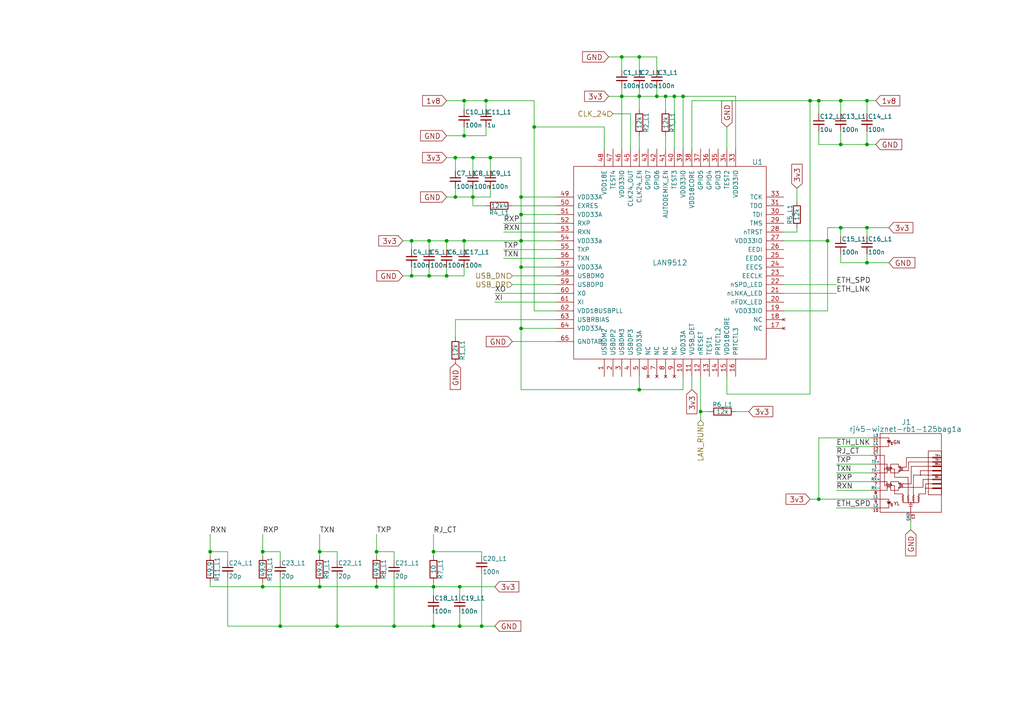
<source format=kicad_sch>
(kicad_sch (version 20230121) (generator eeschema)
  (paper "A4")
  (lib_symbols
    (symbol "PiMainboard-rescue:C_Small" (pin_numbers hide) (pin_names (offset 0.254) hide)
      (property "Reference" "C" (at 0.254 1.778 0))
      (property "Value" "C_Small" (at 0.254 -2.032 0))
      (symbol "C_Small_0_1"
        (polyline (pts (xy -1.524 -0.508) (xy 1.524 -0.508)) (stroke (width 0.3302)))
        (polyline (pts (xy -1.524 0.508) (xy 1.524 0.508)) (stroke (width 0.3048)))
      )
      (symbol "C_Small_1_1"
        (pin passive line (at 0 2.54 270) (length 1.905) (name "~") (number "1"))
        (pin passive line (at 0 -2.54 90) (length 2.032) (name "~") (number "2"))
      )
    )
    (symbol "PiMainboard-rescue:LAN9512" (pin_names (offset 1.016))
      (property "Reference" "U" (at 25.4 29.21 0))
      (property "Value" "LAN9512" (at 0 0 0))
      (symbol "LAN9512_0_1"
        (rectangle (start -27.94 27.94) (end 27.94 -27.94))
      )
      (symbol "LAN9512_1_1"
        (pin input line (at -19.05 -33.02 90) (length 5.08) (name "USBDM2") (number "1"))
        (pin input line (at 3.81 -33.02 90) (length 5.08) (name "VDD33A") (number "10"))
        (pin input line (at 6.35 -33.02 90) (length 5.08) (name "VUSB_DET") (number "11"))
        (pin input line (at 8.89 -33.02 90) (length 5.08) (name "nRESET") (number "12"))
        (pin input line (at 11.43 -33.02 90) (length 5.08) (name "TEST1") (number "13"))
        (pin output line (at 13.97 -33.02 90) (length 5.08) (name "PRTCTL2") (number "14"))
        (pin output line (at 16.51 -33.02 90) (length 5.08) (name "VDD18CORE") (number "15"))
        (pin input line (at 19.05 -33.02 90) (length 5.08) (name "PRTCTL3") (number "16"))
        (pin no_connect line (at 33.02 -19.05 180) (length 5.08) (name "NC") (number "17"))
        (pin no_connect line (at 33.02 -16.51 180) (length 5.08) (name "NC") (number "18"))
        (pin power_in line (at 33.02 -13.97 180) (length 5.08) (name "VDD33IO") (number "19"))
        (pin input line (at -16.51 -33.02 90) (length 5.08) (name "USBDP2") (number "2"))
        (pin output line (at 33.02 -11.43 180) (length 5.08) (name "nFDX_LED") (number "20"))
        (pin output line (at 33.02 -8.89 180) (length 5.08) (name "nLNKA_LED") (number "21"))
        (pin output line (at 33.02 -6.35 180) (length 5.08) (name "nSPD_LED") (number "22"))
        (pin output line (at 33.02 -3.81 180) (length 5.08) (name "EECLK") (number "23"))
        (pin output line (at 33.02 -1.27 180) (length 5.08) (name "EECS") (number "24"))
        (pin output line (at 33.02 1.27 180) (length 5.08) (name "EEDO") (number "25"))
        (pin output line (at 33.02 3.81 180) (length 5.08) (name "EEDI") (number "26"))
        (pin output line (at 33.02 6.35 180) (length 5.08) (name "VDD33IO") (number "27"))
        (pin output line (at 33.02 8.89 180) (length 5.08) (name "nTRST") (number "28"))
        (pin output line (at 33.02 11.43 180) (length 5.08) (name "TMS") (number "29"))
        (pin input line (at -13.97 -33.02 90) (length 5.08) (name "USBDM3") (number "3"))
        (pin output line (at 33.02 13.97 180) (length 5.08) (name "TDI") (number "30"))
        (pin output line (at 33.02 16.51 180) (length 5.08) (name "TDO") (number "31"))
        (pin output line (at 33.02 19.05 180) (length 5.08) (name "TCK") (number "33"))
        (pin output line (at 19.05 33.02 270) (length 5.08) (name "VDD33IO") (number "33"))
        (pin output line (at 16.51 33.02 270) (length 5.08) (name "TEST2") (number "34"))
        (pin output line (at 13.97 33.02 270) (length 5.08) (name "GPIO3") (number "35"))
        (pin output line (at 11.43 33.02 270) (length 5.08) (name "GPIO4") (number "36"))
        (pin output line (at 8.89 33.02 270) (length 5.08) (name "GPIO5") (number "37"))
        (pin output line (at 6.35 33.02 270) (length 5.08) (name "VDD18CORE") (number "38"))
        (pin output line (at 3.81 33.02 270) (length 5.08) (name "VDD33IO") (number "39"))
        (pin input line (at -11.43 -33.02 90) (length 5.08) (name "USBDP3") (number "4"))
        (pin output line (at 1.27 33.02 270) (length 5.08) (name "TEST3") (number "40"))
        (pin output line (at -1.27 33.02 270) (length 5.08) (name "AUTODEMIX_EN") (number "41"))
        (pin output line (at -3.81 33.02 270) (length 5.08) (name "GPIO6") (number "42"))
        (pin output line (at -6.35 33.02 270) (length 5.08) (name "GPIO7") (number "43"))
        (pin output line (at -8.89 33.02 270) (length 5.08) (name "CLK24_EN") (number "44"))
        (pin output line (at -11.43 33.02 270) (length 5.08) (name "CLK24_OUT") (number "45"))
        (pin output line (at -13.97 33.02 270) (length 5.08) (name "VDD33IO") (number "46"))
        (pin output line (at -16.51 33.02 270) (length 5.08) (name "TEST4") (number "47"))
        (pin output line (at -19.05 33.02 270) (length 5.08) (name "VDD18E") (number "48"))
        (pin input line (at -33.02 19.05 0) (length 5.08) (name "VDD33A") (number "49"))
        (pin input line (at -8.89 -33.02 90) (length 5.08) (name "VDD33A") (number "5"))
        (pin input line (at -33.02 16.51 0) (length 5.08) (name "EXRES") (number "50"))
        (pin input line (at -33.02 13.97 0) (length 5.08) (name "VDD33A") (number "51"))
        (pin input line (at -33.02 11.43 0) (length 5.08) (name "RXP") (number "52"))
        (pin input line (at -33.02 8.89 0) (length 5.08) (name "RXN") (number "53"))
        (pin input line (at -33.02 6.35 0) (length 5.08) (name "VDD33a") (number "54"))
        (pin input line (at -33.02 3.81 0) (length 5.08) (name "TXP") (number "55"))
        (pin input line (at -33.02 1.27 0) (length 5.08) (name "TXN") (number "56"))
        (pin input line (at -33.02 -1.27 0) (length 5.08) (name "VDD33A") (number "57"))
        (pin input line (at -33.02 -3.81 0) (length 5.08) (name "USBDM0") (number "58"))
        (pin input line (at -33.02 -6.35 0) (length 5.08) (name "USBDP0") (number "59"))
        (pin no_connect line (at -6.35 -33.02 90) (length 5.08) (name "NC") (number "6"))
        (pin input line (at -33.02 -8.89 0) (length 5.08) (name "X0") (number "60"))
        (pin input line (at -33.02 -11.43 0) (length 5.08) (name "XI") (number "61"))
        (pin input line (at -33.02 -13.97 0) (length 5.08) (name "VDD18USBPLL") (number "62"))
        (pin input line (at -33.02 -16.51 0) (length 5.08) (name "USBRBIAS") (number "63"))
        (pin input line (at -33.02 -19.05 0) (length 5.08) (name "VDD33A") (number "64"))
        (pin power_in line (at -33.02 -22.86 0) (length 5.08) (name "GNDTAB") (number "65"))
        (pin no_connect line (at -3.81 -33.02 90) (length 5.08) (name "NC") (number "7"))
        (pin no_connect line (at -1.27 -33.02 90) (length 5.08) (name "NC") (number "8"))
        (pin no_connect line (at 1.27 -33.02 90) (length 5.08) (name "NC") (number "9"))
      )
    )
    (symbol "PiMainboard-rescue:R" (pin_numbers hide) (pin_names (offset 0))
      (property "Reference" "R" (at 2.032 0 90))
      (property "Value" "R" (at 0 0 90))
      (symbol "R_0_1"
        (rectangle (start -1.016 -2.54) (end 1.016 2.54) (stroke (width 0.254)))
      )
      (symbol "R_1_1"
        (pin passive line (at 0 3.81 270) (length 1.27) (name "~") (number "1"))
        (pin passive line (at 0 -3.81 90) (length 1.27) (name "~") (number "2"))
      )
    )
    (symbol "PiMainboard-rescue:rj45-wiznet-rb1-125bag1a" (pin_names (offset 0))
      (property "Reference" "J" (at 0 14.732 0))
      (property "Value" "rj45-wiznet-rb1-125bag1a" (at -0.254 12.7 0))
      (symbol "rj45-wiznet-rb1-125bag1a_0_0"
        (text "GN" (at -2.794 8.89 0) (effects (font (size 0.9906 0.9906))))
        (text "RX+" (at 9.144 2.54 0) (effects (font (size 0.508 0.508))))
        (text "RX-" (at 9.144 -1.27 0) (effects (font (size 0.508 0.508))))
        (text "TX+" (at 9.144 5.08 0) (effects (font (size 0.508 0.508))))
        (text "TX-" (at 9.144 3.81 0) (effects (font (size 0.508 0.508))))
        (text "YL" (at -2.794 -8.89 0) (effects (font (size 0.9906 0.9906))))
      )
      (symbol "rj45-wiznet-rb1-125bag1a_0_1"
        (circle (center -6.35 1.1684) (radius 0.1016))
        (circle (center -5.7912 -3.2766) (radius 0.0254))
        (circle (center -5.7912 1.5494) (radius 0.0254))
        (arc (start -5.588 -4.191) (mid -5.4615 -4.064) (end -5.588 -3.937))
        (arc (start -5.588 -3.937) (mid -5.4615 -3.81) (end -5.588 -3.683))
        (arc (start -5.588 -3.683) (mid -5.4615 -3.556) (end -5.588 -3.429))
        (arc (start -5.588 -3.429) (mid -5.4615 -3.302) (end -5.588 -3.175))
        (arc (start -5.588 0.635) (mid -5.4615 0.762) (end -5.588 0.889))
        (arc (start -5.588 0.889) (mid -5.4615 1.016) (end -5.588 1.143))
        (arc (start -5.588 1.143) (mid -5.4615 1.27) (end -5.588 1.397))
        (arc (start -5.588 1.397) (mid -5.4615 1.524) (end -5.588 1.651))
        (arc (start -4.572 -3.937) (mid -4.6985 -4.064) (end -4.572 -4.191))
        (arc (start -4.572 -3.683) (mid -4.6985 -3.81) (end -4.572 -3.937))
        (arc (start -4.572 -3.429) (mid -4.6985 -3.556) (end -4.572 -3.683))
        (arc (start -4.572 -3.175) (mid -4.6985 -3.302) (end -4.572 -3.429))
        (arc (start -4.572 0.889) (mid -4.6985 0.762) (end -4.572 0.635))
        (arc (start -4.572 1.143) (mid -4.6985 1.016) (end -4.572 0.889))
        (arc (start -4.572 1.397) (mid -4.6985 1.27) (end -4.572 1.143))
        (arc (start -4.572 1.651) (mid -4.6985 1.524) (end -4.572 1.397))
        (circle (center -4.3942 -3.2766) (radius 0.0254))
        (circle (center -4.3942 1.5494) (radius 0.0254))
        (circle (center -4.318 -3.429) (radius 0.0001))
        (circle (center -4.318 1.397) (radius 0.0001))
        (arc (start -2.032 -3.175) (mid -1.905 -3.3015) (end -1.778 -3.175))
        (arc (start -2.032 1.651) (mid -1.905 1.5245) (end -1.778 1.651))
        (circle (center -1.9304 -4.3942) (radius 0.0254))
        (circle (center -1.9304 -2.9972) (radius 0.0254))
        (circle (center -1.9304 0.4318) (radius 0.0254))
        (circle (center -1.9304 1.8288) (radius 0.0254))
        (arc (start -1.778 -4.191) (mid -1.905 -4.0645) (end -2.032 -4.191))
        (arc (start -1.778 -3.175) (mid -1.651 -3.3015) (end -1.524 -3.175))
        (circle (center -1.778 -2.921) (radius 0.0001))
        (arc (start -1.778 0.635) (mid -1.905 0.7615) (end -2.032 0.635))
        (arc (start -1.778 1.651) (mid -1.651 1.5245) (end -1.524 1.651))
        (circle (center -1.778 1.905) (radius 0.0001))
        (arc (start -1.524 -4.191) (mid -1.651 -4.0645) (end -1.778 -4.191))
        (arc (start -1.524 -3.175) (mid -1.397 -3.3015) (end -1.27 -3.175))
        (arc (start -1.524 0.635) (mid -1.651 0.7615) (end -1.778 0.635))
        (arc (start -1.524 1.651) (mid -1.397 1.5245) (end -1.27 1.651))
        (arc (start -1.27 -4.191) (mid -1.397 -4.0645) (end -1.524 -4.191))
        (arc (start -1.27 -3.175) (mid -1.143 -3.3015) (end -1.016 -3.175))
        (arc (start -1.27 0.635) (mid -1.397 0.7615) (end -1.524 0.635))
        (arc (start -1.27 1.651) (mid -1.143 1.5245) (end -1.016 1.651))
        (arc (start -1.016 -4.191) (mid -1.143 -4.0645) (end -1.27 -4.191))
        (arc (start -1.016 0.635) (mid -1.143 0.7615) (end -1.27 0.635))
        (polyline (pts (xy -6.35 1.143) (xy -5.588 1.143)))
        (polyline (pts (xy -5.588 -8.89) (xy -4.572 -8.89)))
        (polyline (pts (xy -5.588 -4.191) (xy -5.588 -4.445)))
        (polyline (pts (xy -5.588 -2.921) (xy -5.588 -3.175)))
        (polyline (pts (xy -5.588 0.635) (xy -5.588 0.381)))
        (polyline (pts (xy -5.588 1.905) (xy -5.588 1.651)))
        (polyline (pts (xy -5.588 8.89) (xy -4.572 8.89)))
        (polyline (pts (xy -5.207 -4.191) (xy -5.207 -3.175)))
        (polyline (pts (xy -5.207 0.635) (xy -5.207 1.651)))
        (polyline (pts (xy -4.953 -3.175) (xy -4.953 -4.191)))
        (polyline (pts (xy -4.953 1.651) (xy -4.953 0.635)))
        (polyline (pts (xy -4.572 -4.191) (xy -4.572 -4.445)))
        (polyline (pts (xy -4.572 -2.921) (xy -4.572 -3.175)))
        (polyline (pts (xy -4.572 0.635) (xy -4.572 0.381)))
        (polyline (pts (xy -4.572 1.905) (xy -4.572 1.651)))
        (polyline (pts (xy -2.286 -4.191) (xy -2.032 -4.191)))
        (polyline (pts (xy -2.286 -3.175) (xy -2.032 -3.175)))
        (polyline (pts (xy -2.286 0.635) (xy -2.032 0.635)))
        (polyline (pts (xy -2.286 1.651) (xy -2.032 1.651)))
        (polyline (pts (xy -2.032 -3.556) (xy -1.016 -3.556)))
        (polyline (pts (xy -2.032 1.27) (xy -1.016 1.27)))
        (polyline (pts (xy -1.016 -8.636) (xy -1.016 -8.255)))
        (polyline (pts (xy -1.016 -6.477) (xy -1.016 -6.096)))
        (polyline (pts (xy -1.016 -4.191) (xy -0.762 -4.191)))
        (polyline (pts (xy -1.016 -3.81) (xy -2.032 -3.81)))
        (polyline (pts (xy -1.016 -3.175) (xy -0.762 -3.175)))
        (polyline (pts (xy -1.016 0.635) (xy -0.762 0.635)))
        (polyline (pts (xy -1.016 1.016) (xy -2.032 1.016)))
        (polyline (pts (xy -1.016 1.651) (xy -0.762 1.651)))
        (polyline (pts (xy 0.508 -8.636) (xy 0.508 -8.255)))
        (polyline (pts (xy 0.508 -6.477) (xy 0.508 -6.096)))
        (polyline (pts (xy 0.762 -9.144) (xy 1.778 -9.144)))
        (polyline (pts (xy 1.27 -11.43) (xy 1.27 -10.16)))
        (polyline (pts (xy 1.27 -9.652) (xy 1.27 -10.16)))
        (polyline (pts (xy 1.27 -8.636) (xy 1.27 -9.144)))
        (polyline (pts (xy 1.778 -9.652) (xy 0.762 -9.652)))
        (polyline (pts (xy 2.032 -8.636) (xy 2.032 -8.255)))
        (polyline (pts (xy 2.032 -6.477) (xy 2.032 -6.096)))
        (polyline (pts (xy 3.556 -8.636) (xy -1.016 -8.636)))
        (polyline (pts (xy 3.556 -8.636) (xy 3.556 -8.255)))
        (polyline (pts (xy 3.556 -6.477) (xy 3.556 -6.096)))
        (polyline (pts (xy 4.064 0.635) (xy 4.064 -0.635)))
        (polyline (pts (xy 7.62 -4.572) (xy 10.16 -4.572)))
        (polyline (pts (xy 7.62 -4.445) (xy 5.588 -4.445)))
        (polyline (pts (xy 7.62 -4.445) (xy 10.16 -4.445)))
        (polyline (pts (xy 7.62 -3.302) (xy 10.16 -3.302)))
        (polyline (pts (xy 7.62 -3.175) (xy 10.16 -3.175)))
        (polyline (pts (xy 7.62 -2.032) (xy 10.16 -2.032)))
        (polyline (pts (xy 7.62 -1.905) (xy 4.826 -1.905)))
        (polyline (pts (xy 7.62 -1.905) (xy 10.16 -1.905)))
        (polyline (pts (xy 7.62 -0.762) (xy 10.16 -0.762)))
        (polyline (pts (xy 7.62 -0.635) (xy 4.064 -0.635)))
        (polyline (pts (xy 7.62 -0.635) (xy 10.16 -0.635)))
        (polyline (pts (xy 7.62 0.508) (xy 10.16 0.508)))
        (polyline (pts (xy 7.62 0.635) (xy 4.064 0.635)))
        (polyline (pts (xy 7.62 0.635) (xy 10.16 0.635)))
        (polyline (pts (xy 7.62 1.778) (xy 10.16 1.778)))
        (polyline (pts (xy 7.62 1.905) (xy 1.397 1.905)))
        (polyline (pts (xy 7.62 1.905) (xy 10.16 1.905)))
        (polyline (pts (xy 7.62 3.048) (xy 10.16 3.048)))
        (polyline (pts (xy 7.62 3.175) (xy 0.635 3.175)))
        (polyline (pts (xy 7.62 3.175) (xy 10.16 3.175)))
        (polyline (pts (xy 7.62 4.318) (xy 10.16 4.318)))
        (polyline (pts (xy 7.62 4.445) (xy 10.16 4.445)))
        (polyline (pts (xy -7.62 -2.54) (xy -5.588 -2.54) (xy -5.588 -2.921)))
        (polyline (pts (xy -7.62 0) (xy -5.588 0) (xy -5.588 0.381)))
        (polyline (pts (xy -7.62 2.54) (xy -5.588 2.54) (xy -5.588 1.905)))
        (polyline (pts (xy -6.35 1.143) (xy -6.35 -3.683) (xy -5.588 -3.683)))
        (polyline (pts (xy -6.35 1.143) (xy -6.35 5.08) (xy -7.62 5.08)))
        (polyline (pts (xy -5.588 -4.445) (xy -5.588 -5.08) (xy -7.62 -5.08)))
        (polyline (pts (xy -5.08 -8.89) (xy -5.08 -10.16) (xy -7.62 -10.16)))
        (polyline (pts (xy -5.08 -8.382) (xy -5.08 -7.62) (xy -7.62 -7.62)))
        (polyline (pts (xy -5.08 8.89) (xy -5.08 7.62) (xy -7.62 7.62)))
        (polyline (pts (xy -5.08 9.398) (xy -5.08 10.16) (xy -7.62 10.16)))
        (polyline (pts (xy 0.508 -6.096) (xy 0.508 -1.27) (xy -1.778 -1.27)))
        (polyline (pts (xy 0.635 3.175) (xy 0.635 0.635) (xy -0.762 0.635)))
        (polyline (pts (xy 1.397 1.905) (xy 1.397 -3.175) (xy -0.762 -3.175)))
        (polyline (pts (xy 2.032 -6.096) (xy 2.032 -0.635) (xy 4.064 -0.635)))
        (polyline (pts (xy 3.556 -6.096) (xy 5.588 -6.096) (xy 5.588 -4.445)))
        (polyline (pts (xy 4.826 -1.905) (xy 4.826 -4.191) (xy -0.762 -4.191)))
        (polyline (pts (xy 5.588 -4.445) (xy 5.588 -3.175) (xy 7.62 -3.175)))
        (polyline (pts (xy 7.62 -4.572) (xy 7.62 -4.318) (xy 10.16 -4.318)))
        (polyline (pts (xy 7.62 -3.302) (xy 7.62 -3.048) (xy 10.16 -3.048)))
        (polyline (pts (xy 7.62 -2.032) (xy 7.62 -1.778) (xy 10.16 -1.778)))
        (polyline (pts (xy 7.62 -0.762) (xy 7.62 -0.508) (xy 10.16 -0.508)))
        (polyline (pts (xy 7.62 0.508) (xy 7.62 0.762) (xy 10.16 0.762)))
        (polyline (pts (xy 7.62 1.778) (xy 7.62 2.032) (xy 10.16 2.032)))
        (polyline (pts (xy 7.62 3.048) (xy 7.62 3.302) (xy 10.16 3.302)))
        (polyline (pts (xy 7.62 4.318) (xy 7.62 4.572) (xy 10.16 4.572)))
        (polyline (pts (xy -5.588 -8.382) (xy -5.08 -8.89) (xy -4.572 -8.382) (xy -5.588 -8.382)) (fill (type outline)))
        (polyline (pts (xy -5.588 9.398) (xy -5.08 8.89) (xy -4.572 9.398) (xy -5.588 9.398)) (fill (type outline)))
        (polyline (pts (xy -4.572 -4.445) (xy -4.572 -5.08) (xy -2.286 -5.08) (xy -2.286 -4.191)))
        (polyline (pts (xy -4.572 -3.683) (xy -3.429 -3.683) (xy -3.429 -6.096) (xy -1.016 -6.096)))
        (polyline (pts (xy -4.572 -2.921) (xy -4.572 -2.54) (xy -2.286 -2.54) (xy -2.286 -3.175)))
        (polyline (pts (xy -4.572 0.381) (xy -4.572 0) (xy -2.286 0) (xy -2.286 0.635)))
        (polyline (pts (xy -4.572 1.143) (xy -3.429 1.143) (xy -3.429 -1.27) (xy -1.778 -1.27)))
        (polyline (pts (xy -4.572 1.905) (xy -4.572 2.54) (xy -2.286 2.54) (xy -2.286 1.651)))
        (polyline (pts (xy 7.62 4.445) (xy 0 4.445) (xy 0 1.651) (xy -0.762 1.651)))
        (polyline (pts (xy -4.572 -9.144) (xy -4.064 -9.652) (xy -4.064 -9.398) (xy -4.318 -9.652) (xy -4.064 -9.652)))
        (polyline (pts (xy -4.572 -8.636) (xy -4.064 -9.144) (xy -4.064 -8.89) (xy -4.318 -9.144) (xy -4.064 -9.144)))
        (polyline (pts (xy -4.572 8.636) (xy -4.064 8.128) (xy -4.064 8.382) (xy -4.318 8.128) (xy -4.064 8.128)))
        (polyline (pts (xy -4.572 9.144) (xy -4.064 8.636) (xy -4.064 8.89) (xy -4.318 8.636) (xy -4.064 8.636)))
        (polyline (pts (xy -1.016 -6.477) (xy -0.762 -6.604) (xy -1.27 -6.858) (xy -0.762 -7.112) (xy -1.27 -7.366) (xy -0.762 -7.62) (xy -1.27 -7.874) (xy -0.762 -8.128) (xy -1.016 -8.255)))
        (polyline (pts (xy 0.508 -6.477) (xy 0.762 -6.604) (xy 0.254 -6.858) (xy 0.762 -7.112) (xy 0.254 -7.366) (xy 0.762 -7.62) (xy 0.254 -7.874) (xy 0.762 -8.128) (xy 0.508 -8.255)))
        (polyline (pts (xy 2.032 -6.477) (xy 2.286 -6.604) (xy 1.778 -6.858) (xy 2.286 -7.112) (xy 1.778 -7.366) (xy 2.286 -7.62) (xy 1.778 -7.874) (xy 2.286 -8.128) (xy 2.032 -8.255)))
        (polyline (pts (xy 3.556 -6.477) (xy 3.81 -6.604) (xy 3.302 -6.858) (xy 3.81 -7.112) (xy 3.302 -7.366) (xy 3.81 -7.62) (xy 3.302 -7.874) (xy 3.81 -8.128) (xy 3.556 -8.255)))
        (circle (center 0.508 -8.636) (radius 0.1016))
        (circle (center 1.27 -8.636) (radius 0.1016))
        (circle (center 2.032 -8.636) (radius 0.1016))
        (circle (center 4.064 -0.6096) (radius 0.1016))
        (circle (center 5.588 -4.4196) (radius 0.1016))
        (rectangle (start 10.16 6.35) (end 6.35 -6.35))
        (rectangle (start 10.16 11.43) (end -7.62 -11.43))
      )
      (symbol "rj45-wiznet-rb1-125bag1a_1_1"
        (pin passive line (at -10.16 2.54 0) (length 2.54) (name "TX+") (number "1"))
        (pin passive line (at -10.16 -10.16 0) (length 2.54) (name "L2") (number "10"))
        (pin passive line (at -10.16 10.16 0) (length 2.54) (name "L3") (number "11"))
        (pin passive line (at -10.16 7.62 0) (length 2.54) (name "L4") (number "12"))
        (pin passive line (at 1.27 -13.97 90) (length 2.54) (name "GND") (number "13"))
        (pin passive line (at -10.16 0 0) (length 2.54) (name "TX-") (number "2"))
        (pin passive line (at -10.16 5.08 0) (length 2.54) (name "CT") (number "3"))
        (pin passive line (at -10.16 -2.54 0) (length 2.54) (name "RX+") (number "7"))
        (pin passive line (at -10.16 -5.08 0) (length 2.54) (name "RX-") (number "8"))
        (pin passive line (at -10.16 -7.62 0) (length 2.54) (name "L1") (number "9"))
      )
    )
  )
  (junction (at 198.12 27.94))
  (junction (at 151.13 77.47))
  (junction (at 132.08 45.72))
  (junction (at 203.2 119.38))
  (junction (at 190.5 27.94))
  (junction (at 125.73 170.18))
  (junction (at 76.2 160.02))
  (junction (at 129.54 69.85))
  (junction (at 234.95 29.21))
  (junction (at 76.2 170.18))
  (junction (at 137.16 57.15))
  (junction (at 240.03 69.85))
  (junction (at 133.35 181.61))
  (junction (at 139.7 181.61))
  (junction (at 125.73 160.02))
  (junction (at 109.22 160.02))
  (junction (at 251.46 76.2))
  (junction (at 185.42 27.94))
  (junction (at 109.22 170.18))
  (junction (at 151.13 69.85))
  (junction (at 185.42 113.03))
  (junction (at 243.84 41.91))
  (junction (at 119.38 80.01))
  (junction (at 185.42 16.51))
  (junction (at 251.46 29.21))
  (junction (at 243.84 29.21))
  (junction (at 134.62 69.85))
  (junction (at 180.34 27.94))
  (junction (at 180.34 16.51))
  (junction (at 142.24 45.72))
  (junction (at 195.58 27.94))
  (junction (at 243.84 66.04))
  (junction (at 193.04 27.94))
  (junction (at 81.28 181.61))
  (junction (at 92.71 160.02))
  (junction (at 151.13 57.15))
  (junction (at 151.13 62.23))
  (junction (at 129.54 80.01))
  (junction (at 60.96 160.02))
  (junction (at 125.73 181.61))
  (junction (at 132.08 57.15))
  (junction (at 133.35 170.18))
  (junction (at 124.46 80.01))
  (junction (at 251.46 66.04))
  (junction (at 119.38 69.85))
  (junction (at 154.94 36.83))
  (junction (at 151.13 95.25))
  (junction (at 97.79 181.61))
  (junction (at 140.97 29.21))
  (junction (at 114.3 181.61))
  (junction (at 237.49 144.78))
  (junction (at 137.16 45.72))
  (junction (at 92.71 170.18))
  (junction (at 251.46 41.91))
  (junction (at 134.62 29.21))
  (junction (at 237.49 29.21))
  (junction (at 124.46 69.85))
  (junction (at 134.62 39.37))
  (wire (pts (xy 125.73 181.61) (xy 125.73 177.8)))
  (wire (pts (xy 200.66 109.22) (xy 200.66 113.03)))
  (wire (pts (xy 240.03 66.04) (xy 243.84 66.04)))
  (wire (pts (xy 151.13 57.15) (xy 151.13 62.23)))
  (wire (pts (xy 109.22 170.18) (xy 125.73 170.18)))
  (wire (pts (xy 124.46 77.47) (xy 124.46 80.01)))
  (wire (pts (xy 240.03 69.85) (xy 240.03 90.17)))
  (wire (pts (xy 133.35 181.61) (xy 139.7 181.61)))
  (wire (pts (xy 151.13 45.72) (xy 151.13 57.15)))
  (wire (pts (xy 203.2 119.38) (xy 203.2 121.92)))
  (wire (pts (xy 195.58 27.94) (xy 198.12 27.94)))
  (wire (pts (xy 139.7 181.61) (xy 139.7 166.37)))
  (wire (pts (xy 193.04 27.94) (xy 195.58 27.94)))
  (wire (pts (xy 114.3 160.02) (xy 114.3 162.56)))
  (wire (pts (xy 151.13 69.85) (xy 151.13 77.47)))
  (wire (pts (xy 119.38 69.85) (xy 124.46 69.85)))
  (wire (pts (xy 251.46 41.91) (xy 251.46 38.1)))
  (wire (pts (xy 81.28 160.02) (xy 81.28 162.56)))
  (wire (pts (xy 140.97 29.21) (xy 140.97 31.75)))
  (wire (pts (xy 116.84 80.01) (xy 119.38 80.01)))
  (wire (pts (xy 185.42 113.03) (xy 198.12 113.03)))
  (wire (pts (xy 161.29 85.09) (xy 143.51 85.09)))
  (wire (pts (xy 129.54 80.01) (xy 134.62 80.01)))
  (wire (pts (xy 60.96 170.18) (xy 76.2 170.18)))
  (wire (pts (xy 137.16 45.72) (xy 142.24 45.72)))
  (wire (pts (xy 133.35 170.18) (xy 133.35 172.72)))
  (wire (pts (xy 134.62 80.01) (xy 134.62 77.47)))
  (wire (pts (xy 242.57 139.7) (xy 252.73 139.7)))
  (wire (pts (xy 243.84 76.2) (xy 251.46 76.2)))
  (wire (pts (xy 116.84 69.85) (xy 119.38 69.85)))
  (wire (pts (xy 76.2 168.91) (xy 76.2 170.18)))
  (wire (pts (xy 129.54 29.21) (xy 134.62 29.21)))
  (wire (pts (xy 142.24 57.15) (xy 142.24 54.61)))
  (wire (pts (xy 66.04 181.61) (xy 81.28 181.61)))
  (wire (pts (xy 139.7 160.02) (xy 125.73 160.02)))
  (wire (pts (xy 60.96 160.02) (xy 66.04 160.02)))
  (wire (pts (xy 200.66 29.21) (xy 200.66 43.18)))
  (wire (pts (xy 134.62 69.85) (xy 151.13 69.85)))
  (wire (pts (xy 234.95 114.3) (xy 234.95 29.21)))
  (wire (pts (xy 124.46 80.01) (xy 129.54 80.01)))
  (wire (pts (xy 125.73 181.61) (xy 133.35 181.61)))
  (wire (pts (xy 161.29 87.63) (xy 143.51 87.63)))
  (wire (pts (xy 146.05 74.93) (xy 161.29 74.93)))
  (wire (pts (xy 237.49 38.1) (xy 237.49 41.91)))
  (wire (pts (xy 185.42 39.37) (xy 185.42 43.18)))
  (wire (pts (xy 240.03 90.17) (xy 227.33 90.17)))
  (wire (pts (xy 142.24 45.72) (xy 142.24 49.53)))
  (wire (pts (xy 125.73 160.02) (xy 125.73 161.29)))
  (wire (pts (xy 237.49 144.78) (xy 237.49 127)))
  (wire (pts (xy 227.33 67.31) (xy 231.14 67.31)))
  (wire (pts (xy 251.46 73.66) (xy 251.46 76.2)))
  (wire (pts (xy 198.12 113.03) (xy 198.12 109.22)))
  (wire (pts (xy 243.84 29.21) (xy 251.46 29.21)))
  (wire (pts (xy 137.16 54.61) (xy 137.16 57.15)))
  (wire (pts (xy 137.16 57.15) (xy 142.24 57.15)))
  (wire (pts (xy 119.38 72.39) (xy 119.38 69.85)))
  (wire (pts (xy 252.73 147.32) (xy 242.57 147.32)))
  (wire (pts (xy 129.54 39.37) (xy 134.62 39.37)))
  (wire (pts (xy 114.3 167.64) (xy 114.3 181.61)))
  (wire (pts (xy 125.73 154.94) (xy 125.73 160.02)))
  (wire (pts (xy 243.84 66.04) (xy 251.46 66.04)))
  (wire (pts (xy 234.95 144.78) (xy 237.49 144.78)))
  (wire (pts (xy 76.2 160.02) (xy 81.28 160.02)))
  (wire (pts (xy 76.2 170.18) (xy 92.71 170.18)))
  (wire (pts (xy 154.94 90.17) (xy 161.29 90.17)))
  (wire (pts (xy 151.13 62.23) (xy 151.13 69.85)))
  (wire (pts (xy 132.08 97.79) (xy 132.08 92.71)))
  (wire (pts (xy 180.34 16.51) (xy 185.42 16.51)))
  (wire (pts (xy 129.54 69.85) (xy 134.62 69.85)))
  (wire (pts (xy 132.08 54.61) (xy 132.08 57.15)))
  (wire (pts (xy 151.13 113.03) (xy 185.42 113.03)))
  (wire (pts (xy 185.42 16.51) (xy 190.5 16.51)))
  (wire (pts (xy 129.54 69.85) (xy 129.54 72.39)))
  (wire (pts (xy 237.49 29.21) (xy 243.84 29.21)))
  (wire (pts (xy 133.35 170.18) (xy 143.51 170.18)))
  (wire (pts (xy 227.33 85.09) (xy 242.57 85.09)))
  (wire (pts (xy 185.42 109.22) (xy 185.42 113.03)))
  (wire (pts (xy 185.42 16.51) (xy 185.42 20.32)))
  (wire (pts (xy 132.08 45.72) (xy 137.16 45.72)))
  (wire (pts (xy 146.05 67.31) (xy 161.29 67.31)))
  (wire (pts (xy 60.96 160.02) (xy 60.96 161.29)))
  (wire (pts (xy 190.5 27.94) (xy 190.5 25.4)))
  (wire (pts (xy 243.84 68.58) (xy 243.84 66.04)))
  (wire (pts (xy 119.38 80.01) (xy 124.46 80.01)))
  (wire (pts (xy 97.79 167.64) (xy 97.79 181.61)))
  (wire (pts (xy 125.73 170.18) (xy 125.73 172.72)))
  (wire (pts (xy 252.73 132.08) (xy 242.57 132.08)))
  (wire (pts (xy 177.8 33.02) (xy 182.88 33.02)))
  (wire (pts (xy 151.13 95.25) (xy 161.29 95.25)))
  (wire (pts (xy 242.57 134.62) (xy 252.73 134.62)))
  (wire (pts (xy 193.04 27.94) (xy 193.04 31.75)))
  (wire (pts (xy 227.33 69.85) (xy 240.03 69.85)))
  (wire (pts (xy 125.73 168.91) (xy 125.73 170.18)))
  (wire (pts (xy 203.2 119.38) (xy 205.74 119.38)))
  (wire (pts (xy 243.84 33.02) (xy 243.84 29.21)))
  (wire (pts (xy 124.46 69.85) (xy 124.46 72.39)))
  (wire (pts (xy 180.34 20.32) (xy 180.34 16.51)))
  (wire (pts (xy 190.5 16.51) (xy 190.5 20.32)))
  (wire (pts (xy 190.5 27.94) (xy 193.04 27.94)))
  (wire (pts (xy 154.94 36.83) (xy 154.94 90.17)))
  (wire (pts (xy 60.96 154.94) (xy 60.96 160.02)))
  (wire (pts (xy 76.2 160.02) (xy 76.2 161.29)))
  (wire (pts (xy 198.12 27.94) (xy 213.36 27.94)))
  (wire (pts (xy 213.36 27.94) (xy 213.36 43.18)))
  (wire (pts (xy 251.46 41.91) (xy 254 41.91)))
  (wire (pts (xy 92.71 160.02) (xy 97.79 160.02)))
  (wire (pts (xy 129.54 45.72) (xy 132.08 45.72)))
  (wire (pts (xy 137.16 57.15) (xy 137.16 59.69)))
  (wire (pts (xy 175.26 36.83) (xy 175.26 43.18)))
  (wire (pts (xy 132.08 92.71) (xy 161.29 92.71)))
  (wire (pts (xy 237.49 41.91) (xy 243.84 41.91)))
  (wire (pts (xy 125.73 170.18) (xy 133.35 170.18)))
  (wire (pts (xy 210.82 114.3) (xy 234.95 114.3)))
  (wire (pts (xy 251.46 29.21) (xy 251.46 33.02)))
  (wire (pts (xy 151.13 77.47) (xy 151.13 95.25)))
  (wire (pts (xy 137.16 59.69) (xy 140.97 59.69)))
  (wire (pts (xy 76.2 154.94) (xy 76.2 160.02)))
  (wire (pts (xy 234.95 29.21) (xy 237.49 29.21)))
  (wire (pts (xy 231.14 58.42) (xy 231.14 54.61)))
  (wire (pts (xy 132.08 49.53) (xy 132.08 45.72)))
  (wire (pts (xy 148.59 99.06) (xy 161.29 99.06)))
  (wire (pts (xy 200.66 29.21) (xy 234.95 29.21)))
  (wire (pts (xy 180.34 25.4) (xy 180.34 27.94)))
  (wire (pts (xy 92.71 154.94) (xy 92.71 160.02)))
  (wire (pts (xy 154.94 36.83) (xy 175.26 36.83)))
  (wire (pts (xy 242.57 142.24) (xy 252.73 142.24)))
  (wire (pts (xy 148.59 82.55) (xy 161.29 82.55)))
  (wire (pts (xy 231.14 67.31) (xy 231.14 66.04)))
  (wire (pts (xy 154.94 29.21) (xy 154.94 36.83)))
  (wire (pts (xy 114.3 181.61) (xy 125.73 181.61)))
  (wire (pts (xy 139.7 160.02) (xy 139.7 161.29)))
  (wire (pts (xy 140.97 39.37) (xy 140.97 36.83)))
  (wire (pts (xy 237.49 127) (xy 252.73 127)))
  (wire (pts (xy 251.46 29.21) (xy 254 29.21)))
  (wire (pts (xy 243.84 38.1) (xy 243.84 41.91)))
  (wire (pts (xy 81.28 167.64) (xy 81.28 181.61)))
  (wire (pts (xy 195.58 43.18) (xy 195.58 27.94)))
  (wire (pts (xy 137.16 45.72) (xy 137.16 49.53)))
  (wire (pts (xy 161.29 59.69) (xy 148.59 59.69)))
  (wire (pts (xy 97.79 181.61) (xy 114.3 181.61)))
  (wire (pts (xy 139.7 181.61) (xy 143.51 181.61)))
  (wire (pts (xy 129.54 80.01) (xy 129.54 77.47)))
  (wire (pts (xy 182.88 33.02) (xy 182.88 43.18)))
  (wire (pts (xy 60.96 168.91) (xy 60.96 170.18)))
  (wire (pts (xy 134.62 39.37) (xy 140.97 39.37)))
  (wire (pts (xy 146.05 72.39) (xy 161.29 72.39)))
  (wire (pts (xy 151.13 69.85) (xy 161.29 69.85)))
  (wire (pts (xy 198.12 27.94) (xy 198.12 43.18)))
  (wire (pts (xy 203.2 109.22) (xy 203.2 119.38)))
  (wire (pts (xy 193.04 39.37) (xy 193.04 43.18)))
  (wire (pts (xy 161.29 62.23) (xy 151.13 62.23)))
  (wire (pts (xy 251.46 76.2) (xy 257.81 76.2)))
  (wire (pts (xy 210.82 109.22) (xy 210.82 114.3)))
  (wire (pts (xy 109.22 168.91) (xy 109.22 170.18)))
  (wire (pts (xy 146.05 64.77) (xy 161.29 64.77)))
  (wire (pts (xy 151.13 77.47) (xy 161.29 77.47)))
  (wire (pts (xy 264.16 151.13) (xy 264.16 153.67)))
  (wire (pts (xy 140.97 29.21) (xy 154.94 29.21)))
  (wire (pts (xy 92.71 160.02) (xy 92.71 161.29)))
  (wire (pts (xy 243.84 76.2) (xy 243.84 73.66)))
  (wire (pts (xy 180.34 27.94) (xy 185.42 27.94)))
  (wire (pts (xy 133.35 181.61) (xy 133.35 177.8)))
  (wire (pts (xy 213.36 119.38) (xy 217.17 119.38)))
  (wire (pts (xy 109.22 154.94) (xy 109.22 160.02)))
  (wire (pts (xy 251.46 66.04) (xy 257.81 66.04)))
  (wire (pts (xy 227.33 82.55) (xy 242.57 82.55)))
  (wire (pts (xy 134.62 31.75) (xy 134.62 29.21)))
  (wire (pts (xy 119.38 77.47) (xy 119.38 80.01)))
  (wire (pts (xy 151.13 95.25) (xy 151.13 113.03)))
  (wire (pts (xy 242.57 129.54) (xy 252.73 129.54)))
  (wire (pts (xy 151.13 57.15) (xy 161.29 57.15)))
  (wire (pts (xy 92.71 168.91) (xy 92.71 170.18)))
  (wire (pts (xy 142.24 45.72) (xy 151.13 45.72)))
  (wire (pts (xy 180.34 27.94) (xy 180.34 43.18)))
  (wire (pts (xy 210.82 36.83) (xy 210.82 43.18)))
  (wire (pts (xy 176.53 16.51) (xy 180.34 16.51)))
  (wire (pts (xy 81.28 181.61) (xy 97.79 181.61)))
  (wire (pts (xy 129.54 57.15) (xy 132.08 57.15)))
  (wire (pts (xy 185.42 25.4) (xy 185.42 27.94)))
  (wire (pts (xy 185.42 27.94) (xy 185.42 31.75)))
  (wire (pts (xy 237.49 144.78) (xy 252.73 144.78)))
  (wire (pts (xy 148.59 80.01) (xy 161.29 80.01)))
  (wire (pts (xy 92.71 170.18) (xy 109.22 170.18)))
  (wire (pts (xy 97.79 160.02) (xy 97.79 162.56)))
  (wire (pts (xy 243.84 41.91) (xy 251.46 41.91)))
  (wire (pts (xy 134.62 29.21) (xy 140.97 29.21)))
  (wire (pts (xy 109.22 160.02) (xy 114.3 160.02)))
  (wire (pts (xy 240.03 66.04) (xy 240.03 69.85)))
  (wire (pts (xy 132.08 57.15) (xy 137.16 57.15)))
  (wire (pts (xy 66.04 160.02) (xy 66.04 162.56)))
  (wire (pts (xy 109.22 160.02) (xy 109.22 161.29)))
  (wire (pts (xy 134.62 69.85) (xy 134.62 72.39)))
  (wire (pts (xy 124.46 69.85) (xy 129.54 69.85)))
  (wire (pts (xy 237.49 29.21) (xy 237.49 33.02)))
  (wire (pts (xy 242.57 137.16) (xy 252.73 137.16)))
  (wire (pts (xy 134.62 36.83) (xy 134.62 39.37)))
  (wire (pts (xy 185.42 27.94) (xy 190.5 27.94)))
  (wire (pts (xy 66.04 167.64) (xy 66.04 181.61)))
  (wire (pts (xy 251.46 66.04) (xy 251.46 68.58)))
  (wire (pts (xy 176.53 27.94) (xy 180.34 27.94)))
  (label "TXN" (at 242.57 137.16 0) (effects (font (size 1.524 1.524))))
  (label "TXN" (at 92.71 154.94 0) (effects (font (size 1.524 1.524))))
  (label "TXN" (at 146.05 74.93 0) (effects (font (size 1.524 1.524))))
  (label "RXN" (at 242.57 142.24 0) (effects (font (size 1.524 1.524))))
  (label "RXP" (at 242.57 139.7 0) (effects (font (size 1.524 1.524))))
  (label "XO" (at 143.51 85.09 0) (effects (font (size 1.524 1.524))))
  (label "RXN" (at 60.96 154.94 0) (effects (font (size 1.524 1.524))))
  (label "TXP" (at 109.22 154.94 0) (effects (font (size 1.524 1.524))))
  (label "TXP" (at 146.05 72.39 0) (effects (font (size 1.524 1.524))))
  (label "ETH_LNK" (at 242.57 85.09 0) (effects (font (size 1.524 1.524))))
  (label "ETH_LNK" (at 242.57 129.54 0) (effects (font (size 1.524 1.524))))
  (label "ETH_SPD" (at 242.57 82.55 0) (effects (font (size 1.524 1.524))))
  (label "RXN" (at 146.05 67.31 0) (effects (font (size 1.524 1.524))))
  (label "RJ_CT" (at 242.57 132.08 0) (effects (font (size 1.524 1.524))))
  (label "RXP" (at 146.05 64.77 0) (effects (font (size 1.524 1.524))))
  (label "ETH_SPD" (at 242.57 147.32 0) (effects (font (size 1.524 1.524))))
  (label "TXP" (at 242.57 134.62 0) (effects (font (size 1.524 1.524))))
  (label "RXP" (at 76.2 154.94 0) (effects (font (size 1.524 1.524))))
  (label "XI" (at 143.51 87.63 0) (effects (font (size 1.524 1.524))))
  (label "RJ_CT" (at 125.73 154.94 0) (effects (font (size 1.524 1.524))))
  (global_label "GND" (shape input) (at 132.08 105.41 270) (effects (font (size 1.524 1.524))) (property "Intersheetrefs" "${INTERSHEET_REFS}" (effects hide)))
  (global_label "GND" (shape input) (at 257.81 76.2 0) (effects (font (size 1.524 1.524))) (property "Intersheetrefs" "${INTERSHEET_REFS}" (effects hide)))
  (global_label "GND" (shape input) (at 176.53 16.51 180) (effects (font (size 1.524 1.524))) (property "Intersheetrefs" "${INTERSHEET_REFS}" (effects hide)))
  (global_label "3v3" (shape input) (at 217.17 119.38 0) (effects (font (size 1.524 1.524))) (property "Intersheetrefs" "${INTERSHEET_REFS}" (effects hide)))
  (global_label "3v3" (shape input) (at 129.54 45.72 180) (effects (font (size 1.524 1.524))) (property "Intersheetrefs" "${INTERSHEET_REFS}" (effects hide)))
  (global_label "GND" (shape input) (at 254 41.91 0) (effects (font (size 1.524 1.524))) (property "Intersheetrefs" "${INTERSHEET_REFS}" (effects hide)))
  (global_label "GND" (shape input) (at 148.59 99.06 180) (effects (font (size 1.524 1.524))) (property "Intersheetrefs" "${INTERSHEET_REFS}" (effects hide)))
  (global_label "GND" (shape input) (at 264.16 153.67 270) (effects (font (size 1.524 1.524))) (property "Intersheetrefs" "${INTERSHEET_REFS}" (effects hide)))
  (global_label "GND" (shape input) (at 143.51 181.61 0) (effects (font (size 1.524 1.524))) (property "Intersheetrefs" "${INTERSHEET_REFS}" (effects hide)))
  (global_label "3v3" (shape input) (at 200.66 113.03 270) (effects (font (size 1.524 1.524))) (property "Intersheetrefs" "${INTERSHEET_REFS}" (effects hide)))
  (global_label "GND" (shape input) (at 116.84 80.01 180) (effects (font (size 1.524 1.524))) (property "Intersheetrefs" "${INTERSHEET_REFS}" (effects hide)))
  (global_label "GND" (shape input) (at 210.82 36.83 90) (effects (font (size 1.524 1.524))) (property "Intersheetrefs" "${INTERSHEET_REFS}" (effects hide)))
  (global_label "1v8" (shape input) (at 254 29.21 0) (effects (font (size 1.524 1.524))) (property "Intersheetrefs" "${INTERSHEET_REFS}" (effects hide)))
  (global_label "GND" (shape input) (at 129.54 57.15 180) (effects (font (size 1.524 1.524))) (property "Intersheetrefs" "${INTERSHEET_REFS}" (effects hide)))
  (global_label "3v3" (shape input) (at 257.81 66.04 0) (effects (font (size 1.524 1.524))) (property "Intersheetrefs" "${INTERSHEET_REFS}" (effects hide)))
  (global_label "3v3" (shape input) (at 234.95 144.78 180) (effects (font (size 1.524 1.524))) (property "Intersheetrefs" "${INTERSHEET_REFS}" (effects hide)))
  (global_label "GND" (shape input) (at 129.54 39.37 180) (effects (font (size 1.524 1.524))) (property "Intersheetrefs" "${INTERSHEET_REFS}" (effects hide)))
  (global_label "3v3" (shape input) (at 116.84 69.85 180) (effects (font (size 1.524 1.524))) (property "Intersheetrefs" "${INTERSHEET_REFS}" (effects hide)))
  (global_label "3v3" (shape input) (at 176.53 27.94 180) (effects (font (size 1.524 1.524))) (property "Intersheetrefs" "${INTERSHEET_REFS}" (effects hide)))
  (global_label "3v3" (shape input) (at 231.14 54.61 90) (effects (font (size 1.524 1.524))) (property "Intersheetrefs" "${INTERSHEET_REFS}" (effects hide)))
  (global_label "3v3" (shape input) (at 143.51 170.18 0) (effects (font (size 1.524 1.524))) (property "Intersheetrefs" "${INTERSHEET_REFS}" (effects hide)))
  (global_label "1v8" (shape input) (at 129.54 29.21 180) (effects (font (size 1.524 1.524))) (property "Intersheetrefs" "${INTERSHEET_REFS}" (effects hide)))
  (hierarchical_label "USB_DN" (shape input) (at 148.59 80.01 180) (effects (font (size 1.524 1.524))))
  (hierarchical_label "CLK_24" (shape input) (at 177.8 33.02 180) (effects (font (size 1.524 1.524))))
  (hierarchical_label "LAN_RUN" (shape input) (at 203.2 121.92 270) (effects (font (size 1.524 1.524))))
  (hierarchical_label "USB_DP" (shape input) (at 148.59 82.55 180) (effects (font (size 1.524 1.524))))
  (symbol (lib_id "PiMainboard-rescue:LAN9512") (at 194.31 76.2 0) (unit 1)
    (property "Reference" "U1" (at 219.71 46.99 0) (effects (font (size 1.524 1.524))))
    (property "Value" "LAN9512" (at 194.31 76.2 0) (effects (font (size 1.524 1.524))))
  )
  (symbol (lib_id "PiMainboard-rescue:C_Small") (at 180.34 22.86 0) (unit 1)
    (property "Reference" "C1_L1" (at 180.594 21.082 0) (effects (justify left)))
    (property "Value" "100n" (at 180.594 24.892 0) (effects (justify left)))
  )
  (symbol (lib_id "PiMainboard-rescue:C_Small") (at 185.42 22.86 0) (unit 1)
    (property "Reference" "C2_L1" (at 185.674 21.082 0) (effects (justify left)))
    (property "Value" "100n" (at 185.674 24.892 0) (effects (justify left)))
  )
  (symbol (lib_id "PiMainboard-rescue:C_Small") (at 190.5 22.86 0) (unit 1)
    (property "Reference" "C3_L1" (at 190.754 21.082 0) (effects (justify left)))
    (property "Value" "100n" (at 190.754 24.892 0) (effects (justify left)))
  )
  (symbol (lib_id "PiMainboard-rescue:C_Small") (at 119.38 74.93 0) (unit 1)
    (property "Reference" "C4_L1" (at 119.634 73.152 0) (effects (justify left)))
    (property "Value" "100n" (at 119.634 76.962 0) (effects (justify left)))
  )
  (symbol (lib_id "PiMainboard-rescue:C_Small") (at 124.46 74.93 0) (unit 1)
    (property "Reference" "C5_L1" (at 124.714 73.152 0) (effects (justify left)))
    (property "Value" "100n" (at 124.714 76.962 0) (effects (justify left)))
  )
  (symbol (lib_id "PiMainboard-rescue:C_Small") (at 129.54 74.93 0) (unit 1)
    (property "Reference" "C6_L1" (at 129.794 73.152 0) (effects (justify left)))
    (property "Value" "100n" (at 129.794 76.962 0) (effects (justify left)))
  )
  (symbol (lib_id "PiMainboard-rescue:R") (at 132.08 101.6 0) (unit 1)
    (property "Reference" "R1_L1" (at 134.112 101.6 90))
    (property "Value" "12k" (at 132.08 101.6 90))
  )
  (symbol (lib_id "PiMainboard-rescue:R") (at 193.04 35.56 0) (unit 1)
    (property "Reference" "R3_L1" (at 195.072 35.56 90))
    (property "Value" "12k" (at 193.04 35.56 90))
  )
  (symbol (lib_id "PiMainboard-rescue:R") (at 185.42 35.56 0) (unit 1)
    (property "Reference" "R2_L1" (at 187.452 35.56 90))
    (property "Value" "12k" (at 185.42 35.56 90))
  )
  (symbol (lib_id "PiMainboard-rescue:C_Small") (at 132.08 52.07 0) (unit 1)
    (property "Reference" "C7_L1" (at 132.334 50.292 0) (effects (justify left)))
    (property "Value" "100n" (at 132.334 54.102 0) (effects (justify left)))
  )
  (symbol (lib_id "PiMainboard-rescue:C_Small") (at 137.16 52.07 0) (unit 1)
    (property "Reference" "C8_L1" (at 137.414 50.292 0) (effects (justify left)))
    (property "Value" "100n" (at 137.414 54.102 0) (effects (justify left)))
  )
  (symbol (lib_id "PiMainboard-rescue:C_Small") (at 142.24 52.07 0) (unit 1)
    (property "Reference" "C9_L1" (at 142.494 50.292 0) (effects (justify left)))
    (property "Value" "100n" (at 142.494 54.102 0) (effects (justify left)))
  )
  (symbol (lib_id "PiMainboard-rescue:R") (at 144.78 59.69 270) (unit 1)
    (property "Reference" "R4_L1" (at 144.78 61.722 90))
    (property "Value" "12k4" (at 144.78 59.69 90))
  )
  (symbol (lib_id "PiMainboard-rescue:C_Small") (at 134.62 34.29 0) (unit 1)
    (property "Reference" "C10_L1" (at 134.874 32.512 0) (effects (justify left)))
    (property "Value" "100n" (at 134.874 36.322 0) (effects (justify left)))
  )
  (symbol (lib_id "PiMainboard-rescue:C_Small") (at 140.97 34.29 0) (unit 1)
    (property "Reference" "C11_L1" (at 141.224 32.512 0) (effects (justify left)))
    (property "Value" "1u" (at 141.224 36.322 0) (effects (justify left)))
  )
  (symbol (lib_id "PiMainboard-rescue:C_Small") (at 243.84 35.56 0) (unit 1)
    (property "Reference" "C13_L1" (at 244.094 33.782 0) (effects (justify left)))
    (property "Value" "100n" (at 244.094 37.592 0) (effects (justify left)))
  )
  (symbol (lib_id "PiMainboard-rescue:C_Small") (at 237.49 35.56 0) (unit 1)
    (property "Reference" "C12_L1" (at 237.744 33.782 0) (effects (justify left)))
    (property "Value" "10u" (at 237.744 37.592 0) (effects (justify left)))
  )
  (symbol (lib_id "PiMainboard-rescue:C_Small") (at 251.46 35.56 0) (unit 1)
    (property "Reference" "C14_L1" (at 251.714 33.782 0) (effects (justify left)))
    (property "Value" "100n" (at 251.714 37.592 0) (effects (justify left)))
  )
  (symbol (lib_id "PiMainboard-rescue:R") (at 231.14 62.23 180) (unit 1)
    (property "Reference" "R5_L1" (at 229.108 62.23 90))
    (property "Value" "12k" (at 231.14 62.23 90))
  )
  (symbol (lib_id "PiMainboard-rescue:C_Small") (at 243.84 71.12 0) (unit 1)
    (property "Reference" "C15_L1" (at 244.094 69.342 0) (effects (justify left)))
    (property "Value" "100n" (at 244.094 73.152 0) (effects (justify left)))
  )
  (symbol (lib_id "PiMainboard-rescue:C_Small") (at 251.46 71.12 0) (unit 1)
    (property "Reference" "C16_L1" (at 251.714 69.342 0) (effects (justify left)))
    (property "Value" "100n" (at 251.714 73.152 0) (effects (justify left)))
  )
  (symbol (lib_id "PiMainboard-rescue:C_Small") (at 134.62 74.93 0) (unit 1)
    (property "Reference" "C17_L1" (at 134.874 73.152 0) (effects (justify left)))
    (property "Value" "100n" (at 134.874 76.962 0) (effects (justify left)))
  )
  (symbol (lib_id "PiMainboard-rescue:R") (at 209.55 119.38 90) (unit 1)
    (property "Reference" "R6_L1" (at 209.55 117.348 90))
    (property "Value" "12k" (at 209.55 119.38 90))
  )
  (symbol (lib_id "PiMainboard-rescue:rj45-wiznet-rb1-125bag1a") (at 262.89 137.16 0) (unit 1)
    (property "Reference" "J1" (at 262.89 122.428 0) (effects (font (size 1.524 1.524))))
    (property "Value" "rj45-wiznet-rb1-125bag1a" (at 262.636 124.46 0) (effects (font (size 1.524 1.524))))
  )
  (symbol (lib_id "PiMainboard-rescue:C_Small") (at 125.73 175.26 0) (unit 1)
    (property "Reference" "C18_L1" (at 125.984 173.482 0) (effects (justify left)))
    (property "Value" "100n" (at 125.984 177.292 0) (effects (justify left)))
  )
  (symbol (lib_id "PiMainboard-rescue:R") (at 125.73 165.1 0) (unit 1)
    (property "Reference" "R7_L1" (at 127.762 165.1 90))
    (property "Value" "10" (at 125.73 165.1 90))
  )
  (symbol (lib_id "PiMainboard-rescue:C_Small") (at 133.35 175.26 0) (unit 1)
    (property "Reference" "C19_L1" (at 133.604 173.482 0) (effects (justify left)))
    (property "Value" "100n" (at 133.604 177.292 0) (effects (justify left)))
  )
  (symbol (lib_id "PiMainboard-rescue:R") (at 109.22 165.1 0) (unit 1)
    (property "Reference" "R8_L1" (at 111.252 165.1 90))
    (property "Value" "49.9" (at 109.22 165.1 90))
  )
  (symbol (lib_id "PiMainboard-rescue:R") (at 92.71 165.1 0) (unit 1)
    (property "Reference" "R9_L1" (at 94.742 165.1 90))
    (property "Value" "49.9" (at 92.71 165.1 90))
  )
  (symbol (lib_id "PiMainboard-rescue:R") (at 76.2 165.1 0) (unit 1)
    (property "Reference" "R10_L1" (at 78.232 165.1 90))
    (property "Value" "49.9" (at 76.2 165.1 90))
  )
  (symbol (lib_id "PiMainboard-rescue:R") (at 60.96 165.1 0) (unit 1)
    (property "Reference" "R11_L1" (at 62.992 165.1 90))
    (property "Value" "49.9" (at 60.96 165.1 90))
  )
  (symbol (lib_id "PiMainboard-rescue:C_Small") (at 139.7 163.83 0) (unit 1)
    (property "Reference" "C20_L1" (at 139.954 162.052 0) (effects (justify left)))
    (property "Value" "100n" (at 139.954 165.862 0) (effects (justify left)))
  )
  (symbol (lib_id "PiMainboard-rescue:C_Small") (at 114.3 165.1 0) (unit 1)
    (property "Reference" "C21_L1" (at 114.554 163.322 0) (effects (justify left)))
    (property "Value" "20p" (at 114.554 167.132 0) (effects (justify left)))
  )
  (symbol (lib_id "PiMainboard-rescue:C_Small") (at 97.79 165.1 0) (unit 1)
    (property "Reference" "C22_L1" (at 98.044 163.322 0) (effects (justify left)))
    (property "Value" "20p" (at 98.044 167.132 0) (effects (justify left)))
  )
  (symbol (lib_id "PiMainboard-rescue:C_Small") (at 81.28 165.1 0) (unit 1)
    (property "Reference" "C23_L1" (at 81.534 163.322 0) (effects (justify left)))
    (property "Value" "20p" (at 81.534 167.132 0) (effects (justify left)))
  )
  (symbol (lib_id "PiMainboard-rescue:C_Small") (at 66.04 165.1 0) (unit 1)
    (property "Reference" "C24_L1" (at 66.294 163.322 0) (effects (justify left)))
    (property "Value" "20p" (at 66.294 167.132 0) (effects (justify left)))
  )
)
</source>
